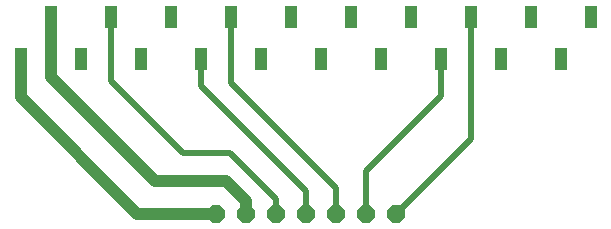
<source format=gbr>
G04 EAGLE Gerber RS-274X export*
G75*
%MOMM*%
%FSLAX34Y34*%
%LPD*%
%INTop Copper*%
%IPPOS*%
%AMOC8*
5,1,8,0,0,1.08239X$1,22.5*%
G01*
%ADD10R,1.020000X1.905000*%
%ADD11P,1.632244X8X22.500000*%
%ADD12C,1.016000*%
%ADD13C,0.508000*%


D10*
X112700Y329480D03*
X138100Y365020D03*
X163500Y329480D03*
X188900Y365020D03*
X214300Y329480D03*
X239700Y365020D03*
X265100Y329480D03*
X290500Y365020D03*
X315900Y329480D03*
X341300Y365020D03*
X366700Y329480D03*
X392100Y365020D03*
X417500Y329480D03*
X442900Y365020D03*
X468300Y329480D03*
X493700Y365020D03*
X519100Y329480D03*
X544500Y365020D03*
X569900Y329480D03*
X595300Y365020D03*
D11*
X277800Y198250D03*
X303200Y198250D03*
X328600Y198250D03*
X354000Y198250D03*
X379400Y198250D03*
X404800Y198250D03*
X430200Y198250D03*
D12*
X277800Y198410D02*
X211590Y198410D01*
X112700Y297300D01*
X112700Y329480D01*
X277800Y198410D02*
X277800Y198250D01*
D13*
X265100Y306400D02*
X265100Y329480D01*
X354000Y217500D02*
X354000Y198250D01*
X354000Y217500D02*
X265100Y306400D01*
X468300Y298300D02*
X468300Y329480D01*
X404800Y234800D02*
X404800Y198250D01*
X404800Y234800D02*
X468300Y298300D01*
D12*
X286260Y225870D02*
X226510Y225870D01*
X138100Y314280D01*
X138100Y365020D01*
X286260Y225870D02*
X303200Y208930D01*
X303200Y198250D01*
D13*
X188900Y311100D02*
X188900Y365020D01*
X250000Y250000D02*
X289840Y250000D01*
X250000Y250000D02*
X188900Y311100D01*
X328600Y211240D02*
X328600Y198250D01*
X328600Y211240D02*
X289840Y250000D01*
X290500Y309500D02*
X290500Y365020D01*
X379400Y220600D02*
X379400Y198250D01*
X379400Y220600D02*
X290500Y309500D01*
X430200Y198250D02*
X493700Y261750D01*
X493700Y365020D01*
M02*

</source>
